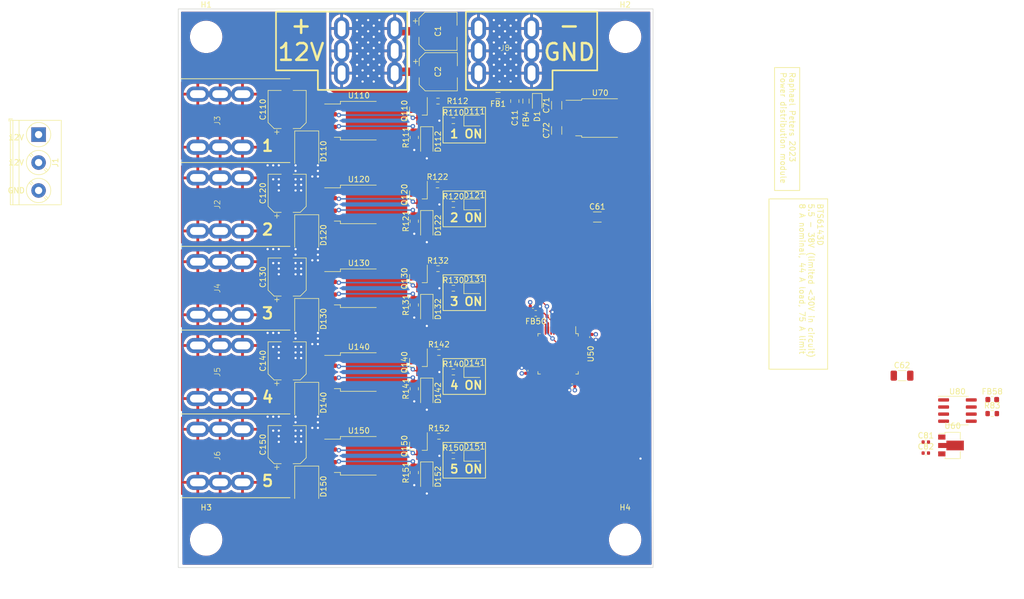
<source format=kicad_pcb>
(kicad_pcb (version 20221018) (generator pcbnew)
  (title_block (date "2023-07-05") (company "Raphael Peters"))
  (layers (0 "F.Cu" signal) (31 "B.Cu" signal) (34 "B.Paste" user) (35 "F.Paste" user) (36 "B.SilkS" user "B.Silkscreen") (37 "F.SilkS" user "F.Silkscreen") (38 "B.Mask" user) (39 "F.Mask" user) (44 "Edge.Cuts" user))
  (net 0 "")
  (net 1 "+12V")
  (net 2 "GND")
  (net 3 "+5V")
  (net 4 "VDD")
  (net 5 "VDDA")
  (net 6 "GNDA")
  (net 7 "/Switch 1/OUT")
  (net 8 "+BATT")
  (net 9 "/CAN_H")
  (net 10 "/CAN_L")
  (net 11 "/CAN_D")
  (net 12 "/CAN_R")
  (net 13 "/CAN_Rs")
  (net 14 "/CAN_T")
  (net 15 "/LED")
  (net 16 "/TX")
  (net 17 "/RX")
  (net 18 "/USB_D-")
  (net 19 "/USB_D+")
  (net 20 "/SWDIO")
  (net 21 "/SWCLK")
  (net 22 "Net-(C11-Pad1)")
  (net 23 "/Switch 2/OUT")
  (net 24 "/Switch 3/OUT")
  (net 25 "/Switch 4/OUT")
  (net 26 "/Switch 5/OUT")
  (net 27 "Net-(D1-A)")
  (net 28 "/Switch 1/IN_Inverted")
  (net 29 "/Switch 2/IN_Inverted")
  (net 30 "/Switch 3/IN_Inverted")
  (net 31 "/Switch 4/IN_Inverted")
  (net 32 "/Switch 5/IN_Inverted")
  (net 33 "EN_1")
  (net 34 "EN_2")
  (net 35 "EN_3")
  (net 36 "EN_4")
  (net 37 "EN_5")
  (net 47 "+3.3V")
  (net 48 "Net-(D111-K)")
  (net 49 "Net-(D121-K)")
  (net 50 "Net-(D131-K)")
  (net 51 "Net-(D141-K)")
  (net 52 "Net-(D151-K)")
  (net 53 "Net-(Q110-B)")
  (net 54 "Net-(Q120-B)")
  (net 55 "Net-(Q130-B)")
  (net 56 "Net-(Q140-B)")
  (net 57 "Net-(Q150-B)")
  (net 58 "Sense_1")
  (net 59 "Sense_2")
  (net 60 "Sense_3")
  (net 61 "Sense_4")
  (net 62 "Sense_5")
  (net 63 "/BOOT0")
  (net 64 "/NRST")
  (net 65 "/OSC_OUT")
  (net 66 "/OSC_IN")
  (net 67 "/OSC32_OUT")
  (net 68 "/OSC32_IN")
  (net 69 "/BOOT1")
  (footprint "Capacitor_SMD:C_0402_1005Metric" (layer "F.Cu") (at 99 81.25 -90)
    (fp_text reference "C53")
    (fp_text value "100n")
  )
  (footprint "Resistor_SMD:R_0805_2012Metric_Pad1.20x1.40mm_HandSolder" (layer "F.Cu") (at 67.25 90.5 -90)
    (fp_text reference "R141")
    (fp_text value "220")
  )
  (footprint "Inductor_SMD:L_0805_2012Metric" (layer "F.Cu") (at 82.25 38)
    (fp_text reference "FB1")
    (fp_text value "600Ω@100MHz")
  )
  (footprint "LED_SMD:LED_0805_2012Metric_Pad1.15x1.40mm_HandSolder" (layer "F.Cu") (at 78 57.5)
    (fp_text reference "D121")
    (fp_text value "LED")
  )
  (footprint "Diode_SMD:D_MiniMELF" (layer "F.Cu") (at 69.5 61.25 -90)
    (fp_text reference "D122")
    (fp_text value "ZMM3V3-M")
  )
  (footprint "Capacitor_SMD:CP_Elec_6.3x7.7" (layer "F.Cu") (at 44.5 100.5 90)
    (fp_text reference "C150")
    (fp_text value "100uF 35V")
  )
  (footprint "Library:T46004" (layer "F.Cu") (at 59 30)
    (fp_text reference "J7" hide)
    (fp_text value "Screw_Terminal_01x01")
  )
  (footprint "Capacitor_SMD:C_1206_3216Metric" (layer "F.Cu") (at 100.025 59.75)
    (fp_text reference "C61")
    (fp_text value "10u")
  )
  (footprint "TerminalBlock_Phoenix:TerminalBlock_Phoenix_PT-1,5-3-5.0-H_1x03_P5.00mm_Horizontal" (layer "F.Cu") (at 0 45 -90)
    (fp_text reference "J1")
    (fp_text value "Screw_Terminal_01x03")
  )
  (footprint "Capacitor_SMD:C_1206_3216Metric" (layer "F.Cu") (at 154.5675 88.15)
    (fp_text reference "C62")
    (fp_text value "10u")
  )
  (footprint "Capacitor_SMD:C_1206_3216Metric" (layer "F.Cu") (at 92.75 44.25 90)
    (fp_text reference "C72")
    (fp_text value "10u")
  )
  (footprint "Library:T46004" (layer "F.Cu") (at 83.5 30)
    (fp_text reference "J8")
    (fp_text value "Screw_Terminal_01x01")
  )
  (footprint "MountingHole:MountingHole_5.3mm_M5_ISO7380" (layer "F.Cu") (at 30 117.5)
    (fp_text reference "H3")
    (fp_text value "MountingHole")
  )
  (footprint "LED_SMD:LED_0805_2012Metric_Pad1.15x1.40mm_HandSolder" (layer "F.Cu") (at 78 102.5)
    (fp_text reference "D151")
    (fp_text value "LED")
  )
  (footprint "Capacitor_SMD:CP_Elec_6.3x7.7" (layer "F.Cu") (at 71.55 33.75)
    (fp_text reference "C2")
    (fp_text value "100uF 35V")
  )
  (footprint "Package_TO_SOT_SMD:TO-252-2" (layer "F.Cu") (at 100.54 42.03)
    (fp_text reference "U70")
    (fp_text value "LM78M05_TO252")
  )
  (footprint "Capacitor_SMD:C_0402_1005Metric" (layer "F.Cu") (at 158.8275 102.01)
    (fp_text reference "C82")
    (fp_text value "100n")
  )
  (footprint "Package_TO_SOT_SMD:SOT-23_Handsoldering" (layer "F.Cu") (at 68 55.75 -90)
    (fp_text reference "Q120")
    (fp_text value "MMBT3904")
  )
  (footprint "Diode_SMD:D_SMB" (layer "F.Cu") (at 48 78 -90)
    (fp_text reference "D130")
    (fp_text value "SMBJ30CA")
  )
  (footprint "MountingHole:MountingHole_5.3mm_M5_ISO7380" (layer "F.Cu") (at 105 27.5)
    (fp_text reference "H2")
    (fp_text value "MountingHole")
  )
  (footprint "Diode_SMD:D_SMB" (layer "F.Cu") (at 48 48 -90)
    (fp_text reference "D110")
    (fp_text value "SMBJ30CA")
  )
  (footprint "Capacitor_SMD:CP_Elec_6.3x7.7" (layer "F.Cu") (at 44.5 85.5 90)
    (fp_text reference "C140")
    (fp_text value "100uF 35V")
  )
  (footprint "LED_SMD:LED_0805_2012Metric_Pad1.15x1.40mm_HandSolder" (layer "F.Cu") (at 78 87.5)
    (fp_text reference "D141")
    (fp_text value "LED")
  )
  (footprint "Library:T46004" (layer "F.Cu") (at 32.5 102.5 90)
    (fp_text reference "J6")
    (fp_text value "Screw_Terminal_01x01")
  )
  (footprint "Capacitor_SMD:C_0402_1005Metric" (layer "F.Cu") (at 88.5 75.75)
    (fp_text reference "C55")
    (fp_text value "100n")
  )
  (footprint "Inductor_SMD:L_0603_1608Metric" (layer "F.Cu") (at 170.7175 92.43)
    (fp_text reference "FB58")
    (fp_text value "600Ω@100MHz")
  )
  (footprint "Library:T46004" (layer "F.Cu") (at 32.5 87.5 90)
    (fp_text reference "J5")
    (fp_text value "Screw_Terminal_01x01")
  )
  (footprint "Capacitor_SMD:CP_Elec_6.3x7.7" (layer "F.Cu") (at 44.5 40.5 90)
    (fp_text reference "C110")
    (fp_text value "100uF 35V")
  )
  (footprint "Capacitor_SMD:C_0402_1005Metric" (layer "F.Cu") (at 95.5 90 180)
    (fp_text reference "C52")
    (fp_text value "100n")
  )
  (footprint "Package_QFP:LQFP-48_7x7mm_P0.5mm" (layer "F.Cu") (at 93 84.25 -90)
    (fp_text reference "U50")
    (fp_text value "STM32F103C8T6")
  )
  (footprint "Resistor_SMD:R_0603_1608Metric_Pad0.98x0.95mm_HandSolder" (layer "F.Cu") (at 71.6625 99)
    (fp_text reference "R152")
    (fp_text value "1k")
  )
  (footprint "Package_TO_SOT_SMD:TO-252-4" (layer "F.Cu") (at 57.34 42.5)
    (fp_text reference "U110")
    (fp_text value "BTS6143D")
  )
  (footprint "Package_TO_SOT_SMD:SOT-23_Handsoldering" (layer "F.Cu") (at 68 40.75 -90)
    (fp_text reference "Q110")
    (fp_text value "MMBT3904")
  )
  (footprint "Capacitor_SMD:C_0402_1005Metric" (layer "F.Cu") (at 158.8275 100.04)
    (fp_text reference "C81")
    (fp_text value "100n")
  )
  (footprint "Capacitor_SMD:C_0402_1005Metric" (layer "F.Cu") (at 91.5 77.5)
    (fp_text reference "C54")
    (fp_text value "100n")
  )
  (footprint "Library:T46004" (layer "F.Cu") (at 32.5 42.5 90)
    (fp_text reference "J3")
    (fp_text value "Screw_Terminal_01x01")
  )
  (footprint "Resistor_SMD:R_0805_2012Metric_Pad1.20x1.40mm_HandSolder" (layer "F.Cu") (at 67.25 105.5 -90)
    (fp_text reference "R151")
    (fp_text value "220")
  )
  (footprint "Inductor_SMD:L_0603_1608Metric" (layer "F.Cu") (at 89 77 180)
    (fp_text reference "FB50")
    (fp_text value "600Ω@100MHz")
  )
  (footprint "Package_TO_SOT_SMD:TO-252-4" (layer "F.Cu") (at 57.34 57.5)
    (fp_text reference "U120")
    (fp_text value "BTS6143D")
  )
  (footprint "Inductor_SMD:L_0805_2012Metric" (layer "F.Cu") (at 87.25 39 -90)
    (fp_text reference "FB4")
    (fp_text value "600Ω@100MHz")
  )
  (footprint "Diode_SMD:D_SMB" (layer "F.Cu") (at 48 63 -90)
    (fp_text reference "D120")
    (fp_text value "SMBJ30CA")
  )
  (footprint "Resistor_SMD:R_0603_1608Metric_Pad0.98x0.95mm_HandSolder" (layer "F.Cu") (at 74.25 57.5)
    (fp_text reference "R120")
    (fp_text value "1k")
  )
  (footprint "Resistor_SMD:R_0805_2012Metric_Pad1.20x1.40mm_HandSolder" (layer "F.Cu") (at 67.25 60.5 -90)
    (fp_text reference "R121")
    (fp_text value "220")
  )
  (footprint "MountingHole:MountingHole_5.3mm_M5_ISO7380" (layer "F.Cu") (at 30 27.5)
    (fp_text reference "H1")
    (fp_text value "MountingHole")
  )
  (footprint "LED_SMD:LED_0805_2012Metric_Pad1.15x1.40mm_HandSolder" (layer "F.Cu") (at 78 42.5)
    (fp_text reference "D111")
    (fp_text value "LED")
  )
  (footprint "Diode_SMD:D_SOD-323" (layer "F.Cu") (at 89.25 39.25 -90)
    (fp_text reference "D1")
    (fp_text value "1N5819WS")
  )
  (footprint "Resistor_SMD:R_0603_1608Metric_Pad0.98x0.95mm_HandSolder" (layer "F.Cu") (at 71.6625 84)
    (fp_text reference "R142")
    (fp_text value "1k")
  )
  (footprint "Resistor_SMD:R_0603_1608Metric_Pad0.98x0.95mm_HandSolder" (layer "F.Cu") (at 74.25 102.5)
    (fp_text reference "R150")
    (fp_text value "1k")
  )
  (footprint "Package_TO_SOT_SMD:TO-252-4" (layer "F.Cu") (at 57.34 102.5)
    (fp_text reference "U150")
    (fp_text value "BTS6143D")
  )
  (footprint "Diode_SMD:D_MiniMELF" (layer "F.Cu") (at 69.5 76.25 -90)
    (fp_text reference "D132")
    (fp_text value "ZMM3V3-M")
  )
  (footprint "MountingHole:MountingHole_5.3mm_M5_ISO7380" (layer "F.Cu") (at 105 117.5)
    (fp_text reference "H4")
    (fp_text value "MountingHole")
  )
  (footprint "Resistor_SMD:R_0603_1608Metric_Pad0.98x0.95mm_HandSolder" (layer "F.Cu") (at 74.25 72.5)
    (fp_text reference "R130")
    (fp_text value "1k")
  )
  (footprint "Library:T46004" (layer "F.Cu") (at 32.5 72.5 90)
    (fp_text reference "J4")
    (fp_text value "Screw_Terminal_01x01")
  )
  (footprint "Resistor_SMD:R_0603_1608Metric" (layer "F.Cu") (at 170.7175 94.94)
    (fp_text reference "R83")
    (fp_text value "120R")
  )
  (footprint "Resistor_SMD:R_0603_1608Metric_Pad0.98x0.95mm_HandSolder" (layer "F.Cu") (at 71.5 39)
    (fp_text reference "R112")
    (fp_text value "1k")
  )
  (footprint "Package_TO_SOT_SMD:SOT-23_Handsoldering" (layer "F.Cu") (at 68 85.75 -90)
    (fp_text reference "Q140")
    (fp_text value "MMBT3904")
  )
  (footprint "Diode_SMD:D_MiniMELF" (layer "F.Cu") (at 69.5 91.25 -90)
    (fp_text reference "D142")
    (fp_text value "ZMM3V3-M")
  )
  (footprint "Package_TO_SOT_SMD:TO-252-4" (layer "F.Cu") (at 57.34 72.5)
    (fp_text reference "U130")
    (fp_text value "BTS6143D")
  )
  (footprint "Package_TO_SOT_SMD:SOT-89-3" (layer "F.Cu") (at 163.6375 100.65)
    (fp_text reference "U60")
    (fp_text value "HT7533-1-SOT89")
  )
  (footprint "Resistor_SMD:R_0603_1608Metric_Pad0.98x0.95mm_HandSolder" (layer "F.Cu") (at 74.25 42.5)
    (fp_text reference "R110")
    (fp_text value "1k")
  )
  (footprint "Package_TO_SOT_SMD:SOT-23_Handsoldering" (layer "F.Cu") (at 68 100.75 -90)
    (fp_text reference "Q150")
    (fp_text value "MMBT3904")
  )
  (footprint "Resistor_SMD:R_0603_1608Metric_Pad0.98x0.95mm_HandSolder" (layer "F.Cu") (at 71.5 69)
    (fp_text reference "R132")
    (fp_text value "1k")
  )
  (footprint "Capacitor_SMD:CP_Elec_6.3x7.7" (layer "F.Cu") (at 44.5 70.5 90)
    (fp_text reference "C130")
    (fp_text value "100uF 35V")
  )
  (footprint "Package_TO_SOT_SMD:TO-252-4" (layer "F.Cu") (at 57.34 87.5)
    (fp_text reference "U140")
    (fp_text value "BTS6143D")
  )
  (footprint "Package_SO:SOIC-8_3.9x4.9mm_P1.27mm" (layer "F.Cu") (at 164.4875 94.4)
    (fp_text reference "U80")
    (fp_text value "SN65HVD230")
  )
  (footprint "LED_SMD:LED_0805_2012Metric_Pad1.15x1.40mm_HandSolder" (layer "F.Cu") (at 78 72.5)
    (fp_text reference "D131")
    (fp_text value "LED")
  )
  (footprint "Library:T46004" (layer "F.Cu") (at 32.5 57.5 90)
    (fp_text reference "J2")
    (fp_text value "Screw_Terminal_01x01")
  )
  (footprint "Resistor_SMD:R_0603_1608Metric_Pad0.98x0.95mm_HandSolder" (layer "F.Cu") (at 71.4125 54)
    (fp_text reference "R122")
    (fp_text value "1k")
  )
  (footprint "Resistor_SMD:R_0603_1608Metric_Pad0.98x0.95mm_HandSolder" (layer "F.Cu") (at 74.25 87.5)
    (fp_text reference "R140")
    (fp_text value "1k")
  )
  (footprint "Diode_SMD:D_SMB" (layer "F.Cu") (at 48 93 -90)
    (fp_text reference locked "D140")
    (fp_text value "SMBJ30CA")
  )
  (footprint "Capacitor_SMD:CP_Elec_6.3x7.7" (layer "F.Cu") (at 71.5 26.5)
    (fp_text reference "C1")
    (fp_text value "100uF 35V")
  )
  (footprint "Package_TO_SOT_SMD:SOT-23_Handsoldering" (layer "F.Cu") (at 68 70.75 -90)
    (fp_text reference "Q130")
    (fp_text value "MMBT3904")
  )
  (footprint "Capacitor_SMD:C_0402_1005Metric" (layer "F.Cu") (at 87.25 87.25 90)
    (fp_text reference "C51")
    (fp_text value "100n")
  )
  (footprint "Diode_SMD:D_MiniMELF" (layer "F.Cu") (at 69.5 46.25 -90)
    (fp_text reference "D112")
    (fp_text value "ZMM3V3-M")
  )
  (footprint "Capacitor_SMD:C_1206_3216Metric" (layer "F.Cu") (at 92.75 39.75 90)
    (fp_text reference "C71")
    (fp_text value "10u")
  )
  (footprint "Capacitor_SMD:CP_Elec_6.3x7.7" (layer "F.Cu") (at 44.5 55.5 90)
    (fp_text reference "C120")
    (fp_text value "100uF 35V")
  )
  (footprint "Resistor_SMD:R_0805_2012Metric_Pad1.20x1.40mm_HandSolder" (layer "F.Cu") (at 67.25 75.5 -90)
    (fp_text reference "R131")
    (fp_text value "220")
  )
  (footprint "Diode_SMD:D_MiniMELF" (layer "F.Cu") (at 69.5 106.25 -90)
    (fp_text reference "D152")
    (fp_text value "ZMM3V3-M")
  )
  (footprint "Diode_SMD:D_SMB" (layer "F.Cu") (at 48 108 -90)
    (fp_text reference "D150")
    (fp_text value "SMBJ30CA")
  )
  (footprint "Resistor_SMD:R_0805_2012Metric_Pad1.20x1.40mm_HandSolder" (layer "F.Cu") (at 67.25 45.5 -90)
    (fp_text reference "R111")
    (fp_text value "220")
  )
  (footprint "Capacitor_SMD:C_0805_2012Metric" (layer "F.Cu") (at 85.25 39 -90)
    (fp_text reference "C11")
    (fp_text value "100n")
  )
  (gr_poly (pts (xy 76.5 37) (xy 76.5 23) (xy 100 23) (xy 100 33.5) (xy 92 33.5) (xy 92 37)) (stroke (width 0.3)) (fill none) (layer "F.SilkS"))
  (gr_rect (start 72.4 100.1) (end 80 106.5) (stroke (width 0.15)) (fill none) (layer "F.SilkS"))
  (gr_line (start 25.5 35) (end 45 35) (stroke (width 0.15)) (layer "F.SilkS"))
  (gr_rect (start 72.4 85.1) (end 80 91.5) (stroke (width 0.15)) (fill none) (layer "F.SilkS"))
  (gr_line (start 45 110) (end 25.5 110) (stroke (width 0.15)) (layer "F.SilkS"))
  (gr_rect (start 72.4 40.1) (end 80 46.5) (stroke (width 0.15)) (fill none) (layer "F.SilkS"))
  (gr_poly (pts (xy 66 37) (xy 50 37) (xy 50 33.5) (xy 42.5 33.5) (xy 42.5 23) (xy 66 23)) (stroke (width 0.3)) (fill none) (layer "F.SilkS"))
  (gr_line (start 25.5 50) (end 45 50) (stroke (width 0.15)) (layer "F.SilkS"))
  (gr_line (start 45 65) (end 25.5 65) (stroke (width 0.15)) (layer "F.SilkS"))
  (gr_line (start 45 95) (end 25.5 95) (stroke (width 0.15)) (layer "F.SilkS"))
  (gr_rect (start 72.4 70.1) (end 80 76.5) (stroke (width 0.15)) (fill none) (layer "F.SilkS"))
  (gr_line (start 45 80) (end 25.5 80) (stroke (width 0.15)) (layer "F.SilkS"))
  (gr_rect (start 72.4 55.1) (end 80 61.5) (stroke (width 0.15)) (fill none) (layer "F.SilkS"))
  (gr_rect (start 25 22.5) (end 110 122.5) (stroke (width 0.1)) (fill none) (layer "Edge.Cuts"))
  (gr_text "2 ON" (at 73.5 60.75) (layer "F.SilkS") (effects (font (size 1.5 1.5) (thickness 0.3) bold) (justify left bottom)))
  (gr_text "1 ON" (at 73.5 45.75) (layer "F.SilkS") (effects (font (size 1.5 1.5) (thickness 0.3) bold) (justify left bottom)))
  (gr_text "3 ON" (at 73.5 75.75) (layer "F.SilkS") (effects (font (size 1.5 1.5) (thickness 0.3) bold) (justify left bottom)))
  (gr_text "12V" (at -4 45.5) (layer "F.SilkS") (effects (font (size 1 1))))
  (gr_text "+\n12V" (at 47 32) (layer "F.SilkS") (effects (font (size 3 3) (thickness 0.45)) (justify bottom)))
  (gr_text "4 ON" (at 73.5 90.75) (layer "F.SilkS") (effects (font (size 1.5 1.5) (thickness 0.3) bold) (justify left bottom)))
  (gr_text "4" (at 41 92) (layer "F.SilkS") (effects (font (size 2 2) (thickness 0.4) bold)))
  (gr_text "1" (at 41 47) (layer "F.SilkS") (effects (font (size 2 2) (thickness 0.4) bold)))
  (gr_text "5" (at 41 107) (layer "F.SilkS") (effects (font (size 2 2) (thickness 0.4) bold)))
  (gr_text "2" (at 41 62) (layer "F.SilkS") (effects (font (size 2 2) (thickness 0.4) bold)))
  (gr_text "GND" (at -4 55) (layer "F.SilkS") (effects (font (size 1 1))))
  (gr_text "3" (at 41 77) (layer "F.SilkS") (effects (font (size 2 2) (thickness 0.4) bold)))
  (gr_text "12V" (at -4 50) (layer "F.SilkS") (effects (font (size 1 1))))
  (gr_text "-\nGND" (at 95 32) (layer "F.SilkS") (effects (font (size 3 3) (thickness 0.45)) (justify bottom)))
  (gr_text "5 ON" (at 73.5 105.75) (layer "F.SilkS") (effects (font (size 1.5 1.5) (thickness 0.3) bold) (justify left bottom)))
  (gr_text_box "Raphael Peters 2023\nPower distribution module" (start 136.25 33) (end 131.75 55) (angle 270) (layer "F.SilkS") (effects (font (size 1 1)) (justify left top)) (stroke (width 0.15)))
  (gr_text_box "BTS6143D\n5.5 - 38V (limited <30V in circuit)\n8 A nominal, 44 A load, 75 A limit" (start 141.25 56.5) (end 130.75 87) (angle 270) (layer "F.SilkS") (effects (font (size 1 1)) (justify left top)) (stroke (width 0.15)))
  (segment (start 89.325 38.275) (end 89.25 38.2) (width 1) (layer "F.Cu") (net 1))
  (segment (start 92.75 38.275) (end 89.325 38.275) (width 1) (layer "F.Cu") (net 1))
  (segment (start 94.025 38.275) (end 95.5 39.75) (width 1) (layer "F.Cu") (net 1))
  (segment (start 92.75 38.275) (end 94.025 38.275) (width 1) (layer "F.Cu") (net 1))
  (segment (start 98.73 82) (end 99 81.73) (width 0.25) (layer "F.Cu") (net 2))
  (segment (start 73.3375 87.5) (end 71.75 87.5) (width 0.25) (layer "F.Cu") (net 2))
  (segment (start 73.3375 42.5) (end 71.75 42.5) (width 0.25) (layer "F.Cu") (net 2))
  (segment (start 88.98 75.75) (end 89.75 75.75) (width 0.25) (layer "F.Cu") (net 2))
  (segment (start 95.02 90) (end 95.02 90.73) (width 0.25) (layer "F.Cu") (net 2))
  (segment (start 92.25 77.77) (end 91.98 77.5) (width 0.25) (layer "F.Cu") (net 2))
  (segment (start 73.3375 57.5) (end 71.75 57.5) (width 0.25) (layer "F.Cu") (net 2))
  (segment (start 95.25 89.77) (end 95.02 90) (width 0.25) (layer "F.Cu") (net 2))
  (segment (start 99.73 81.73) (end 99.75 81.75) (width 0.25) (layer "F.Cu") (net 2))
  (segment (start 95.25 88.4125) (end 95.25 89.77) (width 0.25) (layer "F.Cu") (net 2))
  (segment (start 97.1625 82) (end 98.73 82) (width 0.25) (layer "F.Cu") (net 2))
  (segment (start 73.3375 102.5) (end 71.75 102.5) (width 0.25) (layer "F.Cu") (net 2))
  (segment (start 91.98 76.77) (end 92 76.75) (width 0.25) (layer "F.Cu") (net 2))
  (segment (start 88.8375 86.5) (end 87.52 86.5) (width 0.25) (layer "F.Cu") (net 2))
  (segment (start 87.52 86.5) (end 87.25 86.77) (width 0.25) (layer "F.Cu") (net 2))
  (segment (start 95.02 90.73) (end 95 90.75) (width 0.25) (layer "F.Cu") (net 2))
  (segment (start 73.3375 72.5) (end 71.75 72.5) (width 0.25) (layer "F.Cu") (net 2))
  (segment (start 92.25 80.0875) (end 92.25 77.77) (width 0.25) (layer "F.Cu") (net 2))
  (segment (start 86.52 86.77) (end 86.5 86.75) (width 0.25) (layer "F.Cu") (net 2))
  (segment (start 91.98 77.5) (end 91.98 76.77) (width 0.25) (layer "F.Cu") (net 2))
  (segment (start 87.25 86.77) (end 86.52 86.77) (width 0.25) (layer "F.Cu") (net 2))
  (segment (start 99 81.73) (end 99.73 81.73) (width 0.25) (layer "F.Cu") (net 2))
  (via (at 46 51.5) (size 0.8) (drill 0.4) (layers "F.Cu" "B.Cu") (net 2))
  (via (at 49 52.5) (size 0.8) (drill 0.4) (layers "F.Cu" "B.Cu") (net 2))
  (via (at 46 54) (size 0.8) (drill 0.4) (layers "F.Cu" "B.Cu") (net 2))
  (via (at 42 98) (size 0.8) (drill 0.4) (layers "F.Cu" "B.Cu") (net 2))
  (via (at 46 68) (size 0.8) (drill 0.4) (layers "F.Cu" "B.Cu") (net 2))
  (via (at 43 53) (size 0.8) (drill 0.4) (layers "F.Cu" "B.Cu") (net 2))
  (via (at 84.5 35.5) (size 0.8) (drill 0.4) (layers "F.Cu" "B.Cu") (net 2))
  (via (at 71.75 72.5) (size 0.8) (drill 0.4) (layers "F.Cu" "B.Cu") (net 2))
  (via (at 41 80.5) (size 0.8) (drill 0.4) (layers "F.Cu" "B.Cu") (net 2))
  (via (at 47 68) (size 0.8) (drill 0.4) (layers "F.Cu" "B.Cu") (net 2))
  (via (at 50 82.5) (size 0.8) (drill 0.4) (layers "F.Cu" "B.Cu") (net 2))
  (via (at 43 80.5) (size 0.8) (drill 0.4) (layers "F.Cu" "B.Cu") (net 2))
  (via (at 42 95.5) (size 0.8) (drill 0.4) (layers "F.Cu" "B.Cu") (net 2))
  (via (at 46 96.5) (size 0.8) (drill 0.4) (layers "F.Cu" "B.Cu") (net 2))
  (via (at 46 66.5) (size 0.8) (drill 0.4) (layers "F.Cu" "B.Cu") (net 2))
  (via (at 46 80.5) (size 0.8) (drill 0.4) (layers "F.Cu" "B.Cu") (net 2))
  (via (at 43 70) (size 0.8) (drill 0.4) (layers "F.Cu" "B.Cu") (net 2))
  (via (at 84.5 31.5) (size 0.8) (drill 0.4) (layers "F.Cu" "B.Cu") (net 2))
  (via (at 71.75 42.5) (size 0.8) (drill 0.4) (layers "F.Cu" "B.Cu") (net 2))
  (via (at 47 84) (size 0.8) (drill 0.4) (layers "F.Cu" "B.Cu") (net 2))
  (via (at 83.5 34.5) (size 0.8) (drill 0.4) (layers "F.Cu" "B.Cu") (net 2))
  (via (at 84.5 27.5) (size 0.8) (drill 0.4) (layers "F.Cu" "B.Cu") (net 2))
  (via (at 50 52.5) (size 0.8) (drill 0.4) (layers "F.Cu" "B.Cu") (net 2))
  (via (at 47 70) (size 0.8) (drill 0.4) (layers "F.Cu" "B.Cu") (net 2))
  (via (at 84.5 29.5) (size 0.8) (drill 0.4) (layers "F.Cu" "B.Cu") (net 2))
  (via (at 43 54) (size 0.8) (drill 0.4) (layers "F.Cu" "B.Cu") (net 2))
  (via (at 43 69) (size 0.8) (drill 0.4) (layers "F.Cu" "B.Cu") (net 2))
  (via (at 81.5 28.5) (size 0.8) (drill 0.4) (layers "F.Cu" "B.Cu") (net 2))
  (via (at 89.75 75.75) (size 0.8) (drill 0.4) (layers "F.Cu" "B.Cu") (net 2))
  (via (at 50 81.5) (size 0.8) (drill 0.4) (layers "F.Cu" "B.Cu") (net 2))
  (via (at 47 100) (size 0.8) (drill 0.4) (layers "F.Cu" "B.Cu") (net 2))
  (via (at 42 80.5) (size 0.8) (drill 0.4) (layers "F.Cu" "B.Cu") (net 2))
  (via (at 42 68) (size 0.8) (drill 0.4) (layers "F.Cu" "B.Cu") (net 2))
  (via (at 43 99) (size 0.8) (drill 0.4) (layers "F.Cu" "B.Cu") (net 2))
  (via (at 71.75 87.5) (size 0.8) (drill 0.4) (layers "F.Cu" "B.Cu") (net 2))
  (via (at 49 97.5) (size 0.8) (drill 0.4) (layers "F.Cu" "B.Cu") (net 2))
  (via (at 50 67.5) (size 0.8) (drill 0.4) (layers "F.Cu" "B.Cu") (net 2))
  (via (at 47 83) (size 0.8) (drill 0.4) (layers "F.Cu" "B.Cu") (net 2))
  (via (at 46 65.5) (size 0.8) (drill 0.4) (layers "F.Cu" "B.Cu") (net 2))
  (via (at 92 76.75) (size 0.8) (drill 0.4) (layers "F.Cu" "B.Cu") (net 2))
  (via (at 85.5 30.5) (size 0.8) (drill 0.4) (layers "F.Cu" "B.Cu") (net 2))
  (via (at 46 83) (size 0.8) (drill 0.4) (layers "F.Cu" "B.Cu") (net 2))
  (via (at 83.5 30.5) (size 0.8) (drill 0.4) (layers "F.Cu" "B.Cu") (net 2))
  (via (at 46 55) (size 0.8) (drill 0.4) (layers "F.Cu" "B.Cu") (net 2))
  (via (at 81.5 34.5) (size 0.8) (drill 0.4) (layers "F.Cu" "B.Cu") (net 2))
  (via (at 50 96.5) (size 0.8) (drill 0.4) (layers "F.Cu" "B.Cu") (net 2))
  (via (at 82.5 31.5) (size 0.8) (drill 0.4) (layers "F.Cu" "B.Cu") (net 2))
  (via (at 82.5 29.5) (size 0.8) (drill 0.4) (layers "F.Cu" "B.Cu") (net 2))
  (via (at 67.25 62.75) (size 0.8) (drill 0.4) (layers "F.Cu" "B.Cu") (net 2))
  (via (at 46 81.5) (size 0.8) (drill 0.4) (layers "F.Cu" "B.Cu") (net 2))
  (via (at 49 67.5) (size 0.8) (drill 0.4) (layers "F.Cu" "B.Cu") (net 2))
  (via (at 67.25 92.75) (size 0.8) (drill 0.4) (layers "F.Cu" "B.Cu") (net 2))
  (via (at 42 50.5) (size 0.8) (drill 0.4) (layers "F.Cu" "B.Cu") (net 2))
  (via (at 41 95.5) (size 0.8) (drill 0.4) (layers "F.Cu" "B.Cu") (net 2))
  (via (at 42 83) (size 0.8) (drill 0.4) (layers "F.Cu" "B.Cu") (net 2))
  (via (at 85.5 24.5) (size 0.8) (drill 0.4) (layers "F.Cu" "B.Cu") (net 2))
  (via (at 84.5 33.5) (size 0.8) (drill 0.4) (layers "F.Cu" "B.Cu") (net 2))
  (via (at 43 84) (size 0.8) (drill 0.4) (layers "F.Cu" "B.Cu") (net 2))
  (via (at 41 65.5) (size 0.8) (drill 0.4) (layers "F.Cu" "B.Cu") (net 2))
  (via (at 50 51.5) (size 0.8) (drill 0.4) (layers "F.Cu" "B.Cu") (net 2))
  (via (at 43 83) (size 0.8) (drill 0.4) (layers "F.Cu" "B.Cu") (net 2))
  (via (at 50 80.5) (size 0.8) (drill 0.4) (layers "F.Cu" "B.Cu") (net 2))
  (via (at 85.5 32.5) (size 0.8) (drill 0.4) (layers "F.Cu" "B.Cu") (net 2))
  (via (at 50 97.5) (size 0.8) (drill 0.4) (layers "F.Cu" "B.Cu") (net 2))
  (via (at 67.25 77.75) (size 0.8) (drill 0.4) (layers "F.Cu" "B.Cu") (net 2))
  (via (at 43 68) (size 0.8) (drill 0.4) (layers "F.Cu" "B.Cu") (net 2))
  (via (at 46 50.5) (size 0.8) (drill 0.4) (layers "F.Cu" "B.Cu") (net 2))
  (via (at 69.5 49.25) (size 0.8) (drill 0.4) (layers "F.Cu" "B.Cu") (net 2))
  (via (at 43 85) (size 0.8) (drill 0.4) (layers "F.Cu" "B.Cu") (net 2))
  (via (at 46 100) (size 0.8) (drill 0.4) (layers "F.Cu" "B.Cu") (net 2))
  (via (at 85.5 34.5) (size 0.8) (drill 0.4) (layers "F.Cu" "B.Cu") (net 2))
  (via (at 82.5 25.5) (size 0.8) (drill 0.4) (layers "F.Cu" "B.Cu") (net 2))
  (via (at 42 53) (size 0.8) (drill 0.4) (layers "F.Cu" "B.Cu") (net 2))
  (via (at 82.5 27.5) (size 0.8) (drill 0.4) (layers "F.Cu" "B.Cu") (net 2))
  (via (at 47 54) (size 0.8) (drill 0.4) (layers "F.Cu" "B.Cu") (net 2))
  (via (at 43 98) (size 0.8) (drill 0.4) (layers "F.Cu" "B.Cu") (net 2))
  (via (at 43 50.5) (size 0.8) (drill 0.4) (layers "F.Cu" "B.Cu") (net 2))
  (via (at 43 65.5) (size 0.8) (drill 0.4) (layers "F.Cu" "B.Cu") (net 2))
  (via (at 50 50.5) (size 0.8) (drill 0.4) (layers "F.Cu" "B.Cu") (net 2))
  (via (at 71.75 102.5) (size 0.8) (drill 0.4) (layers "F.Cu" "B.Cu") (net 2))
  (via (at 42 65.5) (size 0.8) (drill 0.4) (layers "F.Cu" "B.Cu") (net 2))
  (via (at 46 98) (size 0.8) (drill 0.4) (layers "F.Cu" "B.Cu") (net 2))
  (via (at 99.75 81.75) (size 0.8) (drill 0.4) (layers "F.Cu" "B.Cu") (net 2))
  (via (at 85.5 26.5) (size 0.8) (drill 0.4) (layers "F.Cu" "B.Cu") (net 2))
  (via (at 47 85) (size 0.8) (drill 0.4) (layers "F.Cu" "B.Cu") (net 2))
  (via (at 81.5 26.5) (size 0.8) (drill 0.4) (layers "F.Cu" "B.Cu") (net 2))
  (via (at 46 70) (size 0.8) (drill 0.4) (layers "F.Cu" "B.Cu") (net 2))
  (via (at 50 95.5) (size 0.8) (drill 0.4) (layers "F.Cu" "B.Cu") (net 2))
  (via (at 50 65.5) (size 0.8) (drill 0.4) (layers "F.Cu" "B.Cu") (net 2))
  (via (at 81.5 24.5) (size 0.8) (drill 0.4) (layers "F.Cu" "B.Cu") (net 2))
  (via (at 46 53) (size 0.8) (drill 0.4) (layers "F.Cu" "B.Cu") (net 2))
  (via (at 81.5 30.5) (size 0.8) (drill 0.4) (layers "F.Cu" "B.Cu") (net 2))
  (via (at 43 95.5) (size 0.8) (drill 0.4) (layers "F.Cu" "B.Cu") (net 2))
  (via (at 43 100) (size 0.8) (drill 0.4) (layers "F.Cu" "B.Cu") (net 2))
  (via (at 69.5 94.25) (size 0.8) (drill 0.4) (layers "F.Cu" "B.Cu") (net 2))
  (via (at 43 55) (size 0.8) (drill 0.4) (layers "F.Cu" "B.Cu") (net 2))
  (via (at 47 53) (size 0.8) (drill 0.4) (layers "F.Cu" "B.Cu") (net 2))
  (via (at 69.5 79.25) (size 0.8) (drill 0.4) (layers "F.Cu" "B.Cu") (net 2))
  (via (at 47 55) (size 0.8) (drill 0.4) (layers "F.Cu" "B.Cu") (net 2))
  (via (at 67.25 47.75) (size 0.8) (drill 0.4) (layers "F.Cu" "B.Cu") (net 2))
  (via (at 50 66.5) (size 0.8) (drill 0.4) (layers "F.Cu" "B.Cu") (net 2))
  (via (at 46 95.5) (size 0.8) (drill 0.4) (layers "F.Cu" "B.Cu") (net 2))
  (via (at 86.5 86.75) (size 0.8) (drill 0.4) (layers "F.Cu" "B.Cu") (net 2))
  (via (at 82.5 35.5) (size 0.8) (drill 0.4) (layers "F.Cu" "B.Cu") (net 2))
  (via (at 47 98) (size 0.8) (drill 0.4) (layers "F.Cu" "B.Cu") (net 2))
  (via (at 83.5 24.5) (size 0.8) (drill 0.4) (layers "F.Cu" "B.Cu") (net 2))
  (via (at 67.25 107.75) (size 0.8) (drill 0.4) (layers "F.Cu" "B.Cu") (net 2))
  (via (at 95 90.75) (size 0.8) (drill 0.4) (layers "F.Cu" "B.Cu") (net 2))
  (via (at 46 69) (size 0.8) (drill 0.4) (layers "F.Cu" "B.Cu") (net 2))
  (via (at 85.5 28.5) (size 0.8) (drill 0.4) (layers "F.Cu" "B.Cu") (net 2))
  (via (at 47 99) (size 0.8) (drill 0.4) (layers "F.Cu" "B.Cu") (net 2))
  (via (at 82.5 33.5) (size 0.8) (drill 0.4) (layers "F.Cu" "B.Cu") (net 2))
  (via (at 84.5 25.5) (size 0.8) (drill 0.4) (layers "F.Cu" "B.Cu") (net 2))
  (via (at 46 85) (size 0.8) (drill 0.4) (layers "F.Cu" "B.Cu") (net 2))
  (via (at 81.5 32.5) (size 0.8) (drill 0.4) (layers "F.Cu" "B.Cu") (net 2))
  (via (at 69.5 64.25) (size 0.8) (drill 0.4) (layers "F.Cu" "B.Cu") (net 2))
  (via (at 46 99) (size 0.8) (drill 0.4) (layers "F.Cu" "B.Cu") (net 2))
  (via (at 69.5 109.25) (size 0.8) (drill 0.4) (layers "F.Cu" "B.Cu") (net 2))
  (via (at 41 50.5) (size 0.8) (drill 0.4) (layers "F.Cu" "B.Cu") (net 2))
  (via (at 83.5 32.5) (size 0.8) (drill 0.4) (layers "F.Cu" "B.Cu") (net 2))
  (via (at 107.75 103) (size 0.8) (drill 0.4) (layers "F.Cu" "B.Cu") (net 2))
  (via (at 83.5 28.5) (size 0.8) (drill 0.4) (layers "F.Cu" "B.Cu") (net 2))
  (via (at 47 69) (size 0.8) (drill 0.4) (layers "F.Cu" "B.Cu") (net 2))
  (via (at 83.5 26.5) (size 0.8) (drill 0.4) (layers "F.Cu" "B.Cu") (net 2))
  (via (at 71.75 57.5) (size 0.8) (drill 0.4) (layers "F.Cu" "B.Cu") (net 2))
  (via (at 49 82.5) (size 0.8) (drill 0.4) (layers "F.Cu" "B.Cu") (net 2))
  (via (at 46 84) (size 0.8) (drill 0.4) (layers "F.Cu" "B.Cu") (net 2))
  (segment (start 94.085 45.725) (end 95.5 44.31) (width 1) (layer "F.Cu") (net 3))
  (segment (start 92.75 45.725) (end 94.085 45.725) (width 1) (layer "F.Cu") (net 3))
  (segment (start 91.75 80.0875) (end 91.75 78.237609) (width 0.25) (layer "F.Cu") (net 5))
  (segment (start 90.52 77) (end 91.02 77.5) (width 0.25) (layer "F.Cu") (net 5))
  (segment (start 89.7875 77) (end 90.52 77) (width 0.25) (layer "F.Cu") (net 5))
  (segment (start 91.75 78.237609) (end 91.02 77.507609) (width 0.25) (layer "F.Cu") (net 5))
  (segment (start 91.02 77.507609) (end 91.02 77.5) (width 0.25) (layer "F.Cu") (net 5))
  (segment (start 64 33.75) (end 63.75 34) (width 1.5) (layer "F.Cu") (net 8))
  (segment (start 76.25 37.825) (end 74.875 36.45) (width 1) (layer "F.Cu") (net 8))
  (segment (start 71.55 36.45) (end 68.85 33.75) (width 1) (layer "F.Cu") (net 8))
  (segment (start 81.0125 37.825) (end 76.25 37.825) (width 1) (layer "F.Cu") (net 8))
  (segment (start 81.1875 38) (end 81.0125 37.825) (width 1) (layer "F.Cu") (net 8))
  (segment (start 64.25 26.5) (end 63.75 26) (width 1.5) (layer "F.Cu") (net 8))
  (segment (start 74.875 36.45) (end 71.55 36.45) (width 1) (layer "F.Cu") (net 8))
  (segment (start 68.85 33.75) (end 64 33.75) (width 1.5) (layer "F.Cu") (net 8))
  (segment (start 68.8 26.5) (end 64.25 26.5) (width 1.5) (layer "F.Cu") (net 8))
  (via (at 60 33.5) (size 0.8) (drill 0.4) (layers "F.Cu" "B.Cu") (net 8))
  (via (at 61 32.5) (size 0.8) (drill 0.4) (layers "F.Cu" "B.Cu") (net 8))
  (via (at 61 26.5) (size 0.8) (drill 0.4) (layers "F.Cu" "B.Cu") (net 8))
  (via (at 59 26.5) (size 0.8) (drill 0.4) (layers "F.Cu" "B.Cu") (net 8))
  (via (at 59 34.5) (size 0.8) (drill 0.4) (layers "F.Cu" "B.Cu") (net 8))
  (via (at 61 24.5) (size 0.8) (drill 0.4) (layers "F.Cu" "B.Cu") (net 8))
  (via (at 57 30.5) (size 0.8) (drill 0.4) (layers "F.Cu" "B.Cu") (net 8))
  (via (at 57 26.5) (size 0.8) (drill 0.4) (layers "F.Cu" "B.Cu") (net 8))
  (via (at 59 28.5) (size 0.8) (drill 0.4) (layers "F.Cu" "B.Cu") (net 8))
  (via (at 59 30.5) (size 0.8) (drill 0.4) (layers "F.Cu" "B.Cu") (net 8))
  (via (at 58 29.5) (size 0.8) (drill 0.4) (layers "F.Cu" "B.Cu") (net 8))
  (via (at 60 25.5) (size 0.8) (drill 0.4) (layers "F.Cu" "B.Cu") (net 8))
  (via (at 61 30.5) (size 0.8) (drill 0.4) (layers "F.Cu" "B.Cu") (net 8))
  (via (at 57 34.5) (size 0.8) (drill 0.4) (layers "F.Cu" "B.Cu") (net 8))
  (via (at 59 24.5) (size 0.8) (drill 0.4) (layers "F.Cu" "B.Cu") (net 8))
  (via (at 59 32.5) (size 0.8) (drill 0.4) (layers "F.Cu" "B.Cu") (net 8))
  (via (at 61 34.5) (size 0.8) (drill 0.4) (layers "F.Cu" "B.Cu") (net 8))
  (via (at 57 32.5) (size 0.8) (drill 0.4) (layers "F.Cu" "B.Cu") (net 8))
  (via (at 60 35.5) (size 0.8) (drill 0.4) (layers "F.Cu" "B.Cu") (net 8))
  (via (at 60 27.5) (size 0.8) (drill 0.4) (layers "F.Cu" "B.Cu") (net 8))
  (via (at 58 25.5) (size 0.8) (drill 0.4) (layers "F.Cu" "B.Cu") (net 8))
  (via (at 60 31.5) (size 0.8) (drill 0.4) (layers "F.Cu" "B.Cu") (net 8))
  (via (at 58 31.5) (size 0.8) (drill 0.4) (layers "F.Cu" "B.Cu") (net 8))
  (via (at 58 35.5) (size 0.8) (drill 0.4) (layers "F.Cu" "B.Cu") (net 8))
  (via (at 58 27.5) (size 0.8) (drill 0.4) (layers "F.Cu" "B.Cu") (net 8))
  (via (at 57 28.5) (size 0.8) (drill 0.4) (layers "F.Cu" "B.Cu") (net 8))
  (via (at 58 33.5) (size 0.8) (drill 0.4) (layers "F.Cu" "B.Cu") (net 8))
  (via (at 61 28.5) (size 0.8) (drill 0.4) (layers "F.Cu" "B.Cu") (net 8))
  (via (at 57 24.5) (size 0.8) (drill 0.4) (layers "F.Cu" "B.Cu") (net 8))
  (via (at 60 29.5) (size 0.8) (drill 0.4) (layers "F.Cu" "B.Cu") (net 8))
  (segment (start 97.1625 83) (end 100.5 83) (width 0.25) (layer "F.Cu") (net 12))
  (segment (start 97.1625 82.5) (end 100.5 82.5) (width 0.25) (layer "F.Cu") (net 14))
  (segment (start 96.359315 87.5) (end 98.75 87.5) (width 0.25) (layer "F.Cu") (net 20))
  (segment (start 95.25 87.25) (end 96.109315 87.25) (width 0.25) (layer "F.Cu") (net 20))
  (segment (start 94.75 87.5) (end 95 87.25) (width 0.25) (layer "F.Cu") (net 20))
  (segment (start 95 87.25) (end 95.25 87.25) (width 0.25) (layer "F.Cu") (net 20))
  (segment (start 94.75 88.4125) (end 94.75 87.5) (width 0.25) (layer "F.Cu") (net 20))
  (segment (start 96.109315 87.25) (end 96.359315 87.5) (width 0.25) (layer "F.Cu") (net 20))
  (segment (start 97.1625 87) (end 98.75 87) (width 0.25) (layer "F.Cu") (net 21))
  (segment (start 83.3625 38.05) (end 83.3125 38) (width 1) (layer "F.Cu") (net 22))
  (segment (start 85.25 38.05) (end 83.3625 38.05) (width 1) (layer "F.Cu") (net 22))
  (segment (start 87.1375 38.05) (end 87.25 37.9375) (width 1) (layer "F.Cu") (net 22))
  (segment (start 85.25 38.05) (end 87.1375 38.05) (width 1) (layer "F.Cu") (net 22))
  (segment (start 87.25 40.0625) (end 89.0125 40.0625) (width 1) (layer "F.Cu") (net 27))
  (segment (start 89.0125 40.0625) (end 89.25 40.3) (width 1) (layer "F.Cu") (net 27))
  (segment (start 67.75 42) (end 68 42.25) (width 0.25) (layer "F.Cu") (net 28))
  (segment (start 53.61 41.36) (end 53.75 41.5) (width 0.25) (layer "F.Cu") (net 28))
  (segment (start 67 42) (end 67.75 42) (width 0.25) (layer "F.Cu") (net 28))
  (segment (start 52.3 41.36) (end 53.61 41.36) (width 0.25) (layer "F.Cu") (net 28))
  (via (at 67 42) (size 0.8) (drill 0.4) (layers "F.Cu" "B.Cu") (net 28))
  (via (at 53.75 41.5) (size 0.8) (drill 0.4) (layers "F.Cu" "B.Cu") (net 28))
  (segment (start 53.75 41.5) (end 66.5 41.5) (width 0.25) (layer "B.Cu") (net 28))
  (segment (start 66.5 41.5) (end 67 42) (width 0.25) (layer "B.Cu") (net 28))
  (segment (start 53.61 56.36) (end 53.75 56.5) (width 0.25) (layer "F.Cu") (net 29))
  (segment (start 67.25 57.25) (end 67 57) (width 0.25) (layer "F.Cu") (net 29))
  (segment (start 52.3 56.36) (end 53.61 56.36) (width 0.25) (layer "F.Cu") (net 29))
  (segment (start 68 57.25) (end 67.25 57.25) (width 0.25) (layer "F.Cu") (net 29))
  (via (at 67 57) (size 0.8) (drill 0.4) (layers "F.Cu" "B.Cu") (net 29))
  (via (at 53.75 56.5) (size 0.8) (drill 0.4) (layers "F.Cu" "B.Cu") (net 29))
  (segment (start 53.75 56.5) (end 66.5 56.5) (width 0.25) (layer "B.Cu") (net 29))
  (segment (start 66.5 56.5) (end 67 57) (width 0.25) (layer "B.Cu") (net 29))
  (segment (start 68 72.25) (end 67.25 72.25) (width 0.25) (layer "F.Cu") (net 30))
  (segment (start 53.61 71.36) (end 53.75 71.5) (width 0.25) (layer "F.Cu") (net 30))
  (segment (start 52.3 71.36) (end 53.61 71.36) (width 0.25) (layer "F.Cu") (net 30))
  (segment (start 67.25 72.25) (end 67 72) (width 0.25) (layer "F.Cu") (net 30))
  (via (at 67 72) (size 0.8) (drill 0.4) (layers "F.Cu" "B.Cu") (net 30))
  (via (at 53.75 71.5) (size 0.8) (drill 0.4) (layers "F.Cu" "B.Cu") (net 30))
  (segment (start 66.5 71.5) (end 67 72) (width 0.25) (layer "B.Cu") (net 30))
  (segment (start 53.75 71.5) (end 66.5 71.5) (width 0.25) (layer "B.Cu") (net 30))
  (segment (start 52.3 86.36) (end 53.61 86.36) (width 0.25) (layer "F.Cu") (net 31))
  (segment (start 67.25 87.25) (end 67 87) (width 0.25) (layer "F.Cu") (net 31))
  (segment (start 53.61 86.36) (end 53.75 86.5) (width 0.25) (layer "F.Cu") (net 31))
  (segment (start 68 87.25) (end 67.25 87.25) (width 0.25) (layer "F.Cu") (net 31))
  (via (at 53.75 86.5) (size 0.8) (drill 0.4) (layers "F.Cu" "B.Cu") (net 31))
  (via (at 67 87) (size 0.8) (drill 0.4) (layers "F.Cu" "B.Cu") (net 31))
  (segment (start 66.5 86.5) (end 67 87) (width 0.25) (layer "B.Cu") (net 31))
  (segment (start 53.75 86.5) (end 66.5 86.5) (width 0.25) (layer "B.Cu") (net 31))
  (segment (start 53.61 101.36) (end 53.75 101.5) (width 0.25) (layer "F.Cu") (net 32))
  (segment (start 52.3 101.36) (end 53.61 101.36) (width 0.25) (layer "F.Cu") (net 32))
  (segment (start 68 102.25) (end 67.25 102.25) (width 0.25) (layer "F.Cu") (net 32))
  (segment (start 67.25 102.25) (end 67 102) (width 0.25) (layer "F.Cu") (net 32))
  (via (at 53.75 101.5) (size 0.8) (drill 0.4) (layers "F.Cu" "B.Cu") (net 32))
  (via (at 67 102) (size 0.8) (drill 0.4) (layers "F.Cu" "B.Cu") (net 32))
  (segment (start 66.5 101.5) (end 67 102) (width 0.25) (layer "B.Cu") (net 32))
  (segment (start 53.75 101.5) (end 66.5 101.5) (width 0.25) (layer "B.Cu") (net 32))
  (segment (start 90.5 78) (end 86.5 78) (width 0.25) (layer "F.Cu") (net 33))
  (segment (start 86.5 78) (end 85.5 77) (width 0.25) (layer "F.Cu") (net 33))
  (segment (start 72.4125 39) (end 75.525 39) (width 0.25) (layer "F.Cu") (net 33))
  (segment (start 91.25 80.0875) (end 91.25 78.75) (width 0.25) (layer "F.Cu") (net 33))
  (segment (start 85.5 44.5) (end 80 39) (width 0.25) (layer "F.Cu") (net 33))
  (segment (start 91.25 78.75) (end 90.5 78) (width 0.25) (layer "F.Cu") (net 33))
  (segment (start 79.025 39.775) (end 79.025 42.5) (width 0.25) (layer "F.Cu") (net 33))
  (segment (start 80 39) (end 75.525 39) (width 0.25) (layer "F.Cu") (net 33))
  (segment (start 85.5 77) (end 85.5 44.5) (width 0.25) (layer "F.Cu") (net 33))
  (segment (start 75.525 39) (end 78.25 39) (width 0.25) (layer "F.Cu") (net 33))
  (segment (start 78.25 39) (end 79.025 39.775) (width 0.25) (layer "F.Cu") (net 33))
  (segment (start 72.325 54) (end 78 54) (width 0.25) (layer "F.Cu") (net 34))
  (segment (start 78 54) (end 79.75 54) (width 0.25) (layer "F.Cu") (net 34))
  (segment (start 79.025 57.5) (end 79.025 55.025) (width 0.25) (layer "F.Cu") (net 34))
  (segment (start 90.25 79.25) (end 90.25 80.0875) (width 0.25) (layer "F.Cu") (net 34))
  (segment (start 79.75 54) (end 83 57.25) (width 0.25) (layer "F.Cu") (net 34))
  (segment (start 90 79) (end 90.25 79.25) (width 0.25) (layer "F.Cu") (net 34))
  (segment (start 83 57.25) (end 83 77) (width 0.25) (layer "F.Cu") (net 34))
  (segment (start 79.025 55.025) (end 78 54) (width 0.25) (layer "F.Cu") (net 34))
  (segment (start 83 77) (end 85 79) (width 0.25) (layer "F.Cu") (net 34))
  (segment (start 85 79) (end 90 79) (width 0.25) (layer "F.Cu") (net 34))
  (segment (start 80.5 77.5) (end 80.5 70) (width 0.25) (layer "F.Cu") (net 35))
  (segment (start 79.5 69) (end 78.25 69) (width 0.25) (layer "F.Cu") (net 35))
  (segment (start 78.25 69) (end 72.4125 69) (width 0.25) (layer "F.Cu") (net 35))
  (segment (start 79.025 72.5) (end 79.025 69.775) (width 0.25) (layer "F.Cu") (net 35))
  (segment (start 85 82) (end 80.5 77.5) (width 0.25) (layer "F.Cu") (net 35))
  (segment (start 79.025 69.775) (end 78.25 69) (width 0.25) (layer "F.Cu") (net 35))
  (segment (start 88.8375 82) (end 85 82) (width 0.25) (layer "F.Cu") (net 35))
  (segment (start 80.5 70) (end 79.5 69) (width 0.25) (layer "F.Cu") (net 35))
  (segment (start 76.75 83) (end 82.363604 83) (width 0.25) (layer "F.Cu") (net 36))
  (segment (start 80.75 83) (end 79.025 84.725) (width 0.25) (layer "F.Cu") (net 36))
  (segment (start 88.8375 83) (end 82.363604 83) (width 0.25) (layer "F.Cu") (net 36))
  (segment (start 75.75 84) (end 76.75 83) (width 0.25) (layer "F.Cu") (net 36))
  (segment (start 72.575 84) (end 75.75 84) (width 0.25) (layer "F.Cu") (net 36))
  (segment (start 82.363604 83) (end 80.75 83) (width 0.25) (layer "F.Cu") (net 36))
  (segment (start 79.025 84.725) (end 79.025 87.5) (width 0.25) (layer "F.Cu") (net 36))
  (segment (start 88.8375 84) (end 85 84) (width 0.25) (layer "F.Cu") (net 37))
  (segment (start 82.5 86.5) (end 82.5 100.25) (width 0.25) (layer "F.Cu") (net 37))
  (segment (start 85 84) (end 82.5 86.5) (width 0.25) (layer "F.Cu") (net 37))
  (segment (start 82.5 100.25) (end 80.25 102.5) (width 0.25) (layer "F.Cu") (net 37))
  (segment (start 80.25 102.5) (end 79.025 102.5) (width 0.25) (layer "F.Cu") (net 37))
  (segment (start 95.75 88.4125) (end 95.75 89.77) (width 0.25) (layer "F.Cu") (net 47))
  (segment (start 95.75 89.77) (end 95.98 90) (width 0.25) (layer "F.Cu") (net 47))
  (segment (start 88.02 75.75) (end 88.02 76.8075) (width 0.25) (layer "F.Cu") (net 47))
  (segment (start 98.73 80.77) (end 99 80.77) (width 0.25) (layer "F.Cu") (net 47))
  (segment (start 88.02 75.75) (end 88.02 75.02) (width 0.25) (layer "F.Cu") (net 47))
  (segment (start 88.02 75.02) (end 88 75) (width 0.25) (layer "F.Cu") (net 47))
  (segment (start 99.73 80.77) (end 99.75 80.75) (width 0.25) (layer "F.Cu") (net 47))
  (segment (start 87.27 87.73) (end 87.25 87.73) (width 0.25) (layer "F.Cu") (net 47))
  (segment (start 88.8375 87) (end 88 87) (width 0.25) (layer "F.Cu") (net 47))
  (segment (start 98 81.5) (end 98.73 80.77) (width 0.25) (layer "F.Cu") (net 47))
  (segment (start 95.98 90.73) (end 96 90.75) (width 0.25) (layer "F.Cu") (net 47))
  (segment (start 97.1625 81.5) (end 98 81.5) (width 0.25) (layer "F.Cu") (net 47))
  (segment (start 88.02 76.8075) (end 88.2125 77) (width 0.25) (layer "F.Cu") (net 47))
  (segment (start 95.98 90) (end 95.98 90.73) (width 0.25) (layer "F.Cu") (net 47))
  (segment (start 99 80.77) (end 99.73 80.77) (width 0.25) (layer "F.Cu") (net 47))
  (segment (start 88 87) (end 87.27 87.73) (width 0.25) (layer "F.Cu") (net 47))
  (segment (start 87.25 87.73) (end 86.52 87.73) (width 0.25) (layer "F.Cu") (net 47))
  (segment (start 86.52 87.73) (end 86.5 87.75) (width 0.25) (layer "F.Cu") (net 47))
  (via (at 96 90.75) (size 0.8) (drill 0.4) (layers "F.Cu" "B.Cu") (net 47))
  (via (at 88 75) (size 0.8) (drill 0.4) (layers "F.Cu" "B.Cu") (net 47))
  (via (at 99.75 80.75) (size 0.8) (drill 0.4) (layers "F.Cu" "B.Cu") (net 47))
  (via (at 86.5 87.75) (size 0.8) (drill 0.4) (layers "F.Cu" "B.Cu") (net 47))
  (segment (start 75.1625 42.5) (end 76.975 42.5) (width 0.25) (layer "F.Cu") (net 48))
  (segment (start 75.1625 57.5) (end 76.975 57.5) (width 0.25) (layer "F.Cu") (net 49))
  (segment (start 75.1625 72.5) (end 76.975 72.5) (width 0.25) (layer "F.Cu") (net 50))
  (segment (start 75.1625 87.5) (end 76.975 87.5) (width 0.25) (layer "F.Cu") (net 51))
  (segment (start 75.1625 102.5) (end 76.975 102.5) (width 0.25) (layer "F.Cu") (net 52))
  (segment (start 70.5875 39) (end 69.2 39) (width 0.25) (layer "F.Cu") (net 53))
  (segment (start 69.2 39) (end 68.95 39.25) (width 0.25) (layer "F.Cu") (net 53))
  (segment (start 69.2 54) (end 68.95 54.25) (width 0.25) (layer "F.Cu") (net 54))
  (segment (start 70.5 54) (end 69.2 54) (width 0.25) (layer "F.Cu") (net 54))
  (segment (start 70.5875 69) (end 69.2 69) (width 0.25) (layer "F.Cu") (net 55))
  (segment (start 69.2 69) (end 68.95 69.25) (width 0.25) (layer "F.Cu") (net 55))
  (segment (start 69.2 84) (end 68.95 84.25) (width 0.25) (layer "F.Cu") (net 56))
  (segment (start 70.75 84) (end 69.2 84) (width 0.25) (layer "F.Cu") (net 56))
  (segment (start 70.75 99) (end 69.2 99) (width 0.25) (layer "F.Cu") (net 57))
  (segment (start 69.2 99) (end 68.95 99.25) (width 0.25) (layer "F.Cu") (net 57))
  (segment (start 79.5 47.25) (end 72.25 47.25) (width 0.25) (layer "F.Cu") (net 58))
  (segment (start 72.25 47.25) (end 69.5 44.5) (width 0.25) (layer "F.Cu") (net 58))
  (segment (start 90.25 78.5) (end 85.75 78.5) (width 0.25) (layer "F.Cu") (net 58))
  (segment (start 52.3 43.64) (end 53.61 43.64) (width 0.25) (layer "F.Cu") (net 58))
  (segment (start 90.75 80.0875) (end 90.75 79) (width 0.25) (layer "F.Cu") (net 58))
  (segment (start 84.25 52) (end 79.5 47.25) (width 0.25) (layer "F.Cu") (net 58))
  (segment (start 90.75 79) (end 90.25 78.5) (width 0.25) (layer "F.Cu") (net 58))
  (segment (start 53.61 43.64) (end 53.75 43.5) (width 0.25) (layer "F.Cu") (net 58))
  (segment (start 67.25 44.5) (end 69.5 44.5) (width 0.25) (layer "F.Cu") (net 58))
  (segment (start 67 43.5) (end 67 44.25) (width 0.25) (layer "F.Cu") (net 58))
  (segment (start 67 44.25) (end 67.25 44.5) (width 0.25) (layer "F.Cu") (net 58))
  (segment (start 85.75 78.5) (end 84.25 77) (width 0.25) (layer "F.Cu") (net 58))
  (segment (start 84.25 77) (end 84.25 52) (width 0.25) (layer "F.Cu") (net 58))
  (via (at 67 43.5) (size 0.8) (drill 0.4) (layers "F.Cu" "B.Cu") (net 58))
  (via (at 53.75 43.5) (size 0.8) (drill 0.4) (layers "F.Cu" "B.Cu") (net 58))
  (segment (start 53.75 43.5) (end 67 43.5) (width 0.25) (layer "B.Cu") (net 58))
  (segment (start 53.61 58.64) (end 53.75 58.5) (width 0.25) (layer "F.Cu") (net 59))
  (segment (start 67.25 58.75) (end 67 58.5) (width 0.25) (layer "F.Cu") (net 59))
  (segment (start 81.75 65.75) (end 78.25 62.25) (width 0.25) (layer "F.Cu") (net 59))
  (segment (start 71 59.5) (end 69.5 59.5) (width 0.25) (layer "F.Cu") (net 59))
  (segment (start 88.8375 81.5) (end 86 81.5) (width 0.25) (layer "F.Cu") (net 59))
  (segment (start 71.75 60.25) (end 71 59.5) (width 0.25) (layer "F.Cu") (net 59))
  (segment (start 86 81.5) (end 81.75 77.25) (width 0.25) (layer "F.Cu") (net 59))
  (segment (start 78.25 62.25) (end 72.5 62.25) (width 0.25) (layer "F.Cu") (net 59))
  (segment (start 67.25 59.5) (end 67.25 58.75) (width 0.25) (layer "F.Cu") (net 59))
  (segment (start 71.75 61.5) (end 71.75 60.25) (width 0.25) (layer "F.Cu") (net 59))
  (segment (start 52.3 58.64) (end 53.61 58.64) (width 0.25) (layer "F.Cu") (net 59))
  (segment (start 72.5 62.25) (end 71.75 61.5) (width 0.25) (layer "F.Cu") (net 59))
  (segment (start 81.75 77.25) (end 81.75 65.75) (width 0.25) (layer "F.Cu") (net 59))
  (segment (start 69.5 59.5) (end 67.25 59.5) (width 0.25) (layer "F.Cu") (net 59))
  (via (at 53.75 58.5) (size 0.8) (drill 0.4) (layers "F.Cu" "B.Cu") (net 59))
  (via (at 67 58.5) (size 0.8) (drill 0.4) (layers "F.Cu" "B.Cu") (net 59))
  (segment (start 53.75 58.5) (end 67 58.5) (width 0.25) (layer "B.Cu") (net 59))
  (segment (start 72.5 77.25) (end 71.75 76.5) (width 0.25) (layer "F.Cu") (net 60))
  (segment (start 52.3 73.64) (end 53.61 73.64) (width 0.25) (layer "F.Cu") (net 60))
  (segment (start 71 74.5) (end 69.5 74.5) (width 0.25) (layer "F.Cu") (net 60))
  (segment (start 67.25 74.5) (end 69.5 74.5) (width 0.25) (layer "F.Cu") (net 60))
  (segment (start 67.25 73.75) (end 67 73.5) (width 0.25) (layer "F.Cu") (net 60))
  (segment (start 88.8375 82.5) (end 84 82.5) (width 0.25) (layer "F.Cu") (net 60))
  (segment (start 84 82.5) (end 78.75 77.25) (width 0.25) (layer "F.Cu") (net 60))
  (segment (start 53.61 73.64) (end 53.75 73.5) (width 0.25) (layer "F.Cu") (net 60))
  (segment (start 71.75 75.25) (end 71 74.5) (width 0.25) (layer "F.Cu") (net 60))
  (segment (start 71.75 76.5) (end 71.75 75.25) (width 0.25) (layer "F.Cu") (net 60))
  (segment (start 78.75 77.25) (end 72.5 77.25) (width 0.25) (layer "F.Cu") (net 60))
  (segment (start 67.25 74.5) (end 67.25 73.75) (width 0.25) (layer "F.Cu") (net 60))
  (via (at 53.75 73.5) (size 0.8) (drill 0.4) (layers "F.Cu" "B.Cu") (net 60))
  (via (at 67 73.5) (size 0.8) (drill 0.4) (layers "F.Cu" "B.Cu") (net 60))
  (segment (start 53.75 73.5) (end 67 73.5) (width 0.25) (layer "B.Cu") (net 60))
  (segment (start 81.25 86) (end 81.25 90.75) (width 0.25) (layer "F.Cu") (net 61))
  (segment (start 52.3 88.64) (end 53.61 88.64) (width 0.25) (layer "F.Cu") (net 61))
  (segment (start 67.25 88.75) (end 67 88.5) (width 0.25) (layer "F.Cu") (net 61))
  (segment (start 88.8375 83.5) (end 83.75 83.5) (width 0.25) (layer "F.Cu") (net 61))
  (segment (start 79.75 92.25) (end 72.5 92.25) (width 0.25) (layer "F.Cu") (net 61))
  (segment (start 72 90.5) (end 71 89.5) (width 0.25) (layer "F.Cu") (net 61))
  (segment (start 71 89.5) (end 69.5 89.5) (width 0.25) (layer "F.Cu") (net 61))
  (segment (start 67.25 89.5) (end 67.25 88.75) (width 0.25) (layer "F.Cu") (net 61))
  (segment (start 67.25 89.5) (end 69.5 89.5) (width 0.25) (layer "F.Cu") (net 61))
  (segment (start 81.25 90.75) (end 79.75 92.25) (width 0.25) (layer "F.Cu") (net 61))
  (segment (start 72 91.75) (end 72 90.5) (width 0.25) (layer "F.Cu") (net 61))
  (segment (start 53.61 88.64) (end 53.75 88.5) (width 0.25) (layer "F.Cu") (net 61))
  (segment (start 72.5 92.25) (end 72 91.75) (width 0.25) (layer "F.Cu") (net 61))
  (segment (start 83.75 83.5) (end 81.25 86) (width 0.25) (layer "F.Cu") (net 61))
  (via (at 67 88.5) (size 0.8) (drill 0.4) (layers "F.Cu" "B.Cu") (net 61))
  (via (at 53.75 88.5) (size 0.8) (drill 0.4) (layers "F.Cu" "B.Cu") (net 61))
  (segment (start 53.75 88.5) (end 67 88.5) (width 0.25) (layer "B.Cu") (net 61))
  (segment (start 69.5 104.5) (end 71 104.5) (width 0.25) (layer "F.Cu") (net 62))
  (segment (start 71.75 106.75) (end 72.25 107.25) (width 0.25) (layer "F.Cu") (net 62))
  (segment (start 86.25 84.5) (end 88.8375 84.5) (width 0.25) (layer "F.Cu") (net 62))
  (segment (start 53.61 103.64) (end 53.75 103.5) (width 0.25) (layer "F.Cu") (net 62))
  (segment (start 67.25 104.5) (end 69.5 104.5) (width 0.25) (layer "F.Cu") (net 62))
  (segment (start 71.75 105.25) (end 71.75 106.75) (width 0.25) (layer "F.Cu") (net 62))
  (segment (start 71 104.5) (end 71.75 105.25) (width 0.25) (layer "F.Cu") (net 62))
  (segment (start 52.3 103.64) (end 53.61 103.64) (width 0.25) (layer "F.Cu") (net 62))
  (segment (start 80.25 107.25) (end 83.75 103.75) (width 0.25) (layer "F.Cu") (net 62))
  (segment (start 67.25 103.75) (end 67 103.5) (width 0.25) (layer "F.Cu") (net 62))
  (segment (start 83.75 87) (end 86.25 84.5) (width 0.25) (layer "F.Cu") (net 62))
  (segment (start 83.75 103.75) (end 83.75 87) (width 0.25) (layer "F.Cu") (net 62))
  (segment (start 67.25 104.5) (end 67.25 103.75) (width 0.25) (layer "F.Cu") (net 62))
  (segment (start 72.25 107.25) (end 80.25 107.25) (width 0.25) (layer "F.Cu") (net 62))
  (via (at 53.75 103.5) (size 0.8) (drill 0.4) (layers "F.Cu" "B.Cu") (net 62))
  (via (at 67 103.5) (size 0.8) (drill 0.4) (layers "F.Cu" "B.Cu") (net 62))
  (segment (start 53.75 103.5) (end 67 103.5) (width 0.25) (layer "B.Cu") (net 62))
  (segment (start 94 83.5) (end 92 81.5) (width 0.2) (layer "F.Cu") (net 63))
  (segment (start 97.1625 83.5) (end 94 83.5) (width 0.2) (layer "F.Cu") (net 63))
  (segment (start 91 75.75) (end 90 74.75) (width 0.2) (layer "F.Cu") (net 63))
  (via (at 92 81.5) (size 0.8) (drill 0.4) (layers "F.Cu" "B.Cu") (net 63))
  (via (at 91 75.75) (size 0.8) (drill 0.4) (layers "F.Cu" "B.Cu") (net 63))
  (segment (start 92 81.5) (end 91 80.5) (width 0.2) (layer "B.Cu") (net 63))
  (segment (start 91 80.5) (end 91 75.75) (width 0.2) (layer "B.Cu") (net 63))
  (segment (start 92.75 80.0875) (end 92.75 75.75) (width 0.2) (layer "F.Cu") (net 64))
  (segment (start 92.75 75.75) (end 91.5 74.5) (width 0.2) (layer "F.Cu") (net 64))
  (zone (net 0) (net_name "") (layer "F.Cu") (connect_pads (clearance 0)) (min_thickness 0.25)
    (keepout (tracks allowed) (vias allowed) (pads allowed) (copperpour not_allowed) (footprints allowed))
    (fill (thermal_gap 0.5) (thermal_bridge_width 0.5))
    (polygon (pts (xy 72.5 70.1) (xy 80.1 70.1) (xy 80.1 76.5) (xy 72.5 76.5)))
  )
  (zone locked (net 7) (net_name "/Switch 1/OUT") (layer "F.Cu") (priority 1) (connect_pads thru_hole_only (clearance 0.5)) (min_thickness 0.25) (fill yes (thermal_gap 0.5) (thermal_bridge_width 0.5))
    (polygon (pts (xy 25.5 35.5) (xy 25.5 49.5) (xy 54.5 49.5) (xy 54.5 39) (xy 49.5 39) (xy 47.5 41) (xy 42.5 41) (xy 39.5 35.5)))
  )
  (zone locked (net 25) (net_name "/Switch 4/OUT") (layer "F.Cu") (priority 1) (connect_pads thru_hole_only (clearance 0.5)) (min_thickness 0.25) (fill yes (thermal_gap 0.5) (thermal_bridge_width 0.5))
    (polygon (pts (xy 25.5 80.5) (xy 25.5 94.5) (xy 54.5 94.5) (xy 54.5 84) (xy 49.5 84) (xy 47.5 86) (xy 42.5 86) (xy 39.5 80.5)))
  )
  (zone (net 0) (net_name "") (layer "F.Cu") (connect_pads (clearance 0)) (min_thickness 0.25)
    (keepout (tracks allowed) (vias allowed) (pads allowed) (copperpour not_allowed) (footprints allowed))
    (fill (thermal_gap 0.5) (thermal_bridge_width 0.5))
    (polygon (pts (xy 72.5 100.1) (xy 80.1 100.1) (xy 80.1 106.5) (xy 72.5 106.5)))
  )
  (zone (net 8) (net_name "+BATT") (layer "F.Cu") (priority 2) (connect_pads thru_hole_only (clearance 0.5)) (min_thickness 0.25) (fill yes (thermal_gap 0.5) (thermal_bridge_width 0.5))
    (polygon (pts (xy 52 23) (xy 52 37) (xy 55 39) (xy 55 106) (xy 66 106) (xy 66 39) (xy 66 37) (xy 66 23)))
  )
  (zone (net 0) (net_name "") (layer "F.Cu") (connect_pads (clearance 0)) (min_thickness 0.25)
    (keepout (tracks allowed) (vias allowed) (pads allowed) (copperpour not_allowed) (footprints allowed))
    (fill (thermal_gap 0.5) (thermal_bridge_width 0.5))
    (polygon (pts (xy 72.5 55.1) (xy 80.1 55.1) (xy 80.1 61.5) (xy 72.5 61.5)))
  )
  (zone locked (net 26) (net_name "/Switch 5/OUT") (layer "F.Cu") (priority 1) (connect_pads thru_hole_only (clearance 0.5)) (min_thickness 0.25) (fill yes (thermal_gap 0.5) (thermal_bridge_width 0.5))
    (polygon (pts (xy 25.5 95.5) (xy 25.5 109.5) (xy 54.5 109.5) (xy 54.5 99) (xy 49.5 99) (xy 47.5 101) (xy 42.5 101) (xy 39.5 95.5)))
  )
  (zone locked (net 24) (net_name "/Switch 3/OUT") (layer "F.Cu") (priority 1) (connect_pads thru_hole_only (clearance 0.5)) (min_thickness 0.25) (fill yes (thermal_gap 0.5) (thermal_bridge_width 0.5))
    (polygon (pts (xy 25.5 65.5) (xy 25.5 79.5) (xy 54.5 79.5) (xy 54.5 69) (xy 49.5 69) (xy 47.5 71) (xy 42.5 71) (xy 39.5 65.5)))
  )
  (zone locked (net 23) (net_name "/Switch 2/OUT") (layer "F.Cu") (priority 1) (connect_pads thru_hole_only (clearance 0.5)) (min_thickness 0.25) (fill yes (thermal_gap 0.5) (thermal_bridge_width 0.5))
    (polygon (pts (xy 25.5 50.5) (xy 25.5 64.5) (xy 54.5 64.5) (xy 54.5 54) (xy 49.5 54) (xy 47.5 56) (xy 42.5 56) (xy 39.5 50.5)))
  )
  (zone (net 0) (net_name "") (layer "F.Cu") (connect_pads (clearance 0)) (min_thickness 0.25)
    (keepout (tracks allowed) (vias allowed) (pads allowed) (copperpour not_allowed) (footprints allowed))
    (fill (thermal_gap 0.5) (thermal_bridge_width 0.5))
    (polygon (pts (xy 72.5 85.1) (xy 80.1 85.1) (xy 80.1 91.5) (xy 72.5 91.5)))
  )
  (zone (net 0) (net_name "") (layer "F.Cu") (connect_pads (clearance 0)) (min_thickness 0.25)
    (keepout (tracks allowed) (vias allowed) (pads allowed) (copperpour not_allowed) (footprints allowed))
    (fill (thermal_gap 0.5) (thermal_bridge_width 0.5))
    (polygon (pts (xy 72.5 40.1) (xy 80.1 40.1) (xy 80.1 46.5) (xy 72.5 46.5)))
  )
  (zone (net 2) (net_name "GND") (layers "F&B.Cu") (connect_pads thru_hole_only (clearance 0.5)) (min_thickness 0.25) (fill yes (thermal_gap 0.5) (thermal_bridge_width 0.5) (island_removal_mode 1) (island_area_min 10))
    (polygon (pts (xy 25.5 23) (xy 25.75 122) (xy 109.75 122) (xy 109.5 23)))
  )
  (zone (net 8) (net_name "+BATT") (layer "B.Cu") (priority 3) (connect_pads thru_hole_only (clearance 0.5)) (min_thickness 0.25) (fill yes (thermal_gap 0.5) (thermal_bridge_width 0.5))
    (polygon (pts (xy 52 23) (xy 66 23) (xy 66 37) (xy 52 37)))
  )
)
</source>
